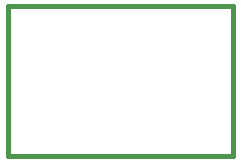
<source format=gbr>
%TF.GenerationSoftware,KiCad,Pcbnew,7.0.10-7.0.10~ubuntu22.04.1*%
%TF.CreationDate,2024-09-08T18:45:09-07:00*%
%TF.ProjectId,SPE_adapter_B_CWR,5350455f-6164-4617-9074-65725f425f43,rev?*%
%TF.SameCoordinates,Original*%
%TF.FileFunction,Profile,NP*%
%FSLAX46Y46*%
G04 Gerber Fmt 4.6, Leading zero omitted, Abs format (unit mm)*
G04 Created by KiCad (PCBNEW 7.0.10-7.0.10~ubuntu22.04.1) date 2024-09-08 18:45:09*
%MOMM*%
%LPD*%
G01*
G04 APERTURE LIST*
%TA.AperFunction,Profile*%
%ADD10C,0.381000*%
%TD*%
G04 APERTURE END LIST*
D10*
X104775000Y-107950000D02*
X104775000Y-120650000D01*
X123825000Y-107950000D02*
X123825000Y-120650000D01*
X104775000Y-107950000D02*
X123825000Y-107950000D01*
X104775000Y-120650000D02*
X123825000Y-120650000D01*
M02*

</source>
